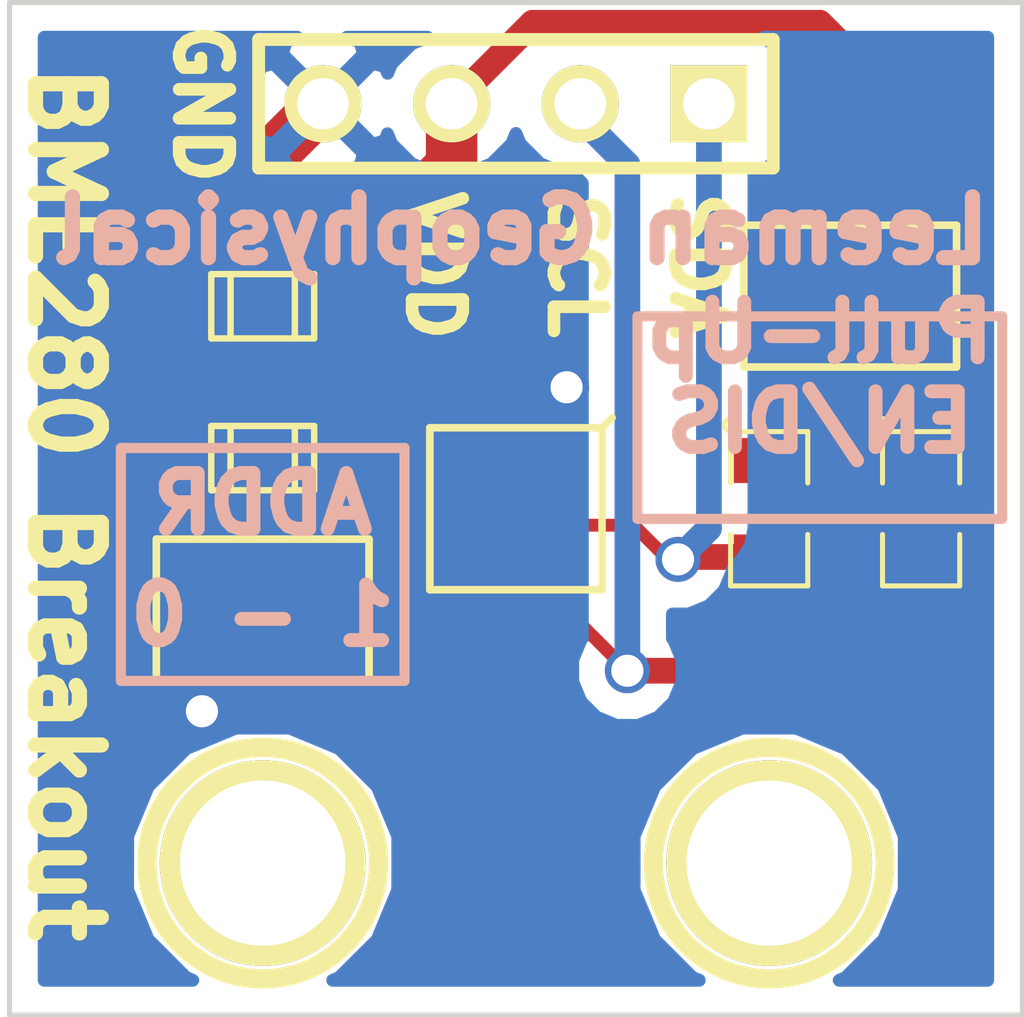
<source format=kicad_pcb>
(kicad_pcb (version 3) (host pcbnew "(2013-07-07 BZR 4022)-stable")

  (general
    (links 19)
    (no_connects 0)
    (area 16.021429 19.5964 45.817888 41.683)
    (thickness 1.6)
    (drawings 22)
    (tracks 66)
    (zones 0)
    (modules 10)
    (nets 8)
  )

  (page A3)
  (layers
    (15 F.Cu signal)
    (0 B.Cu signal)
    (16 B.Adhes user)
    (17 F.Adhes user)
    (18 B.Paste user)
    (19 F.Paste user)
    (20 B.SilkS user)
    (21 F.SilkS user)
    (22 B.Mask user)
    (23 F.Mask user)
    (24 Dwgs.User user)
    (25 Cmts.User user)
    (26 Eco1.User user)
    (27 Eco2.User user)
    (28 Edge.Cuts user)
  )

  (setup
    (last_trace_width 0.508)
    (user_trace_width 0.254)
    (user_trace_width 0.508)
    (user_trace_width 0.762)
    (user_trace_width 1.016)
    (user_trace_width 1.27)
    (trace_clearance 0.254)
    (zone_clearance 0.508)
    (zone_45_only no)
    (trace_min 0.254)
    (segment_width 0.2)
    (edge_width 0.1)
    (via_size 0.889)
    (via_drill 0.635)
    (via_min_size 0.889)
    (via_min_drill 0.508)
    (uvia_size 0.508)
    (uvia_drill 0.127)
    (uvias_allowed no)
    (uvia_min_size 0.508)
    (uvia_min_drill 0.127)
    (pcb_text_width 0.3)
    (pcb_text_size 1.5 1.5)
    (mod_edge_width 0.15)
    (mod_text_size 1 1)
    (mod_text_width 0.15)
    (pad_size 4.064 4.064)
    (pad_drill 3.2639)
    (pad_to_mask_clearance 0)
    (aux_axis_origin 0 0)
    (visible_elements 7FFFFFFF)
    (pcbplotparams
      (layerselection 284196865)
      (usegerberextensions true)
      (excludeedgelayer true)
      (linewidth 0.150000)
      (plotframeref false)
      (viasonmask false)
      (mode 1)
      (useauxorigin false)
      (hpglpennumber 1)
      (hpglpenspeed 20)
      (hpglpendiameter 15)
      (hpglpenoverlay 2)
      (psnegative false)
      (psa4output false)
      (plotreference true)
      (plotvalue true)
      (plotothertext true)
      (plotinvisibletext false)
      (padsonsilk false)
      (subtractmaskfromsilk false)
      (outputformat 1)
      (mirror false)
      (drillshape 0)
      (scaleselection 1)
      (outputdirectory Gerbers/))
  )

  (net 0 "")
  (net 1 /SCL)
  (net 2 /SDA)
  (net 3 GND)
  (net 4 N-000001)
  (net 5 N-000004)
  (net 6 N-000007)
  (net 7 VDD)

  (net_class Default "This is the default net class."
    (clearance 0.254)
    (trace_width 0.254)
    (via_dia 0.889)
    (via_drill 0.635)
    (uvia_dia 0.508)
    (uvia_drill 0.127)
    (add_net "")
    (add_net /SCL)
    (add_net /SDA)
    (add_net GND)
    (add_net N-000001)
    (add_net N-000004)
    (add_net N-000007)
    (add_net VDD)
  )

  (module SM0805 (layer F.Cu) (tedit 552AA4DA) (tstamp 552AA38D)
    (at 43 31 270)
    (path /552A9CCE)
    (attr smd)
    (fp_text reference R2 (at 0 -0.3175 360) (layer F.SilkS) hide
      (effects (font (size 0.50038 0.50038) (thickness 0.10922)))
    )
    (fp_text value 4.7k (at 0 0.381 270) (layer F.SilkS) hide
      (effects (font (size 0.50038 0.50038) (thickness 0.10922)))
    )
    (fp_circle (center -1.651 0.762) (end -1.651 0.635) (layer F.SilkS) (width 0.09906))
    (fp_line (start -0.508 0.762) (end -1.524 0.762) (layer F.SilkS) (width 0.09906))
    (fp_line (start -1.524 0.762) (end -1.524 -0.762) (layer F.SilkS) (width 0.09906))
    (fp_line (start -1.524 -0.762) (end -0.508 -0.762) (layer F.SilkS) (width 0.09906))
    (fp_line (start 0.508 -0.762) (end 1.524 -0.762) (layer F.SilkS) (width 0.09906))
    (fp_line (start 1.524 -0.762) (end 1.524 0.762) (layer F.SilkS) (width 0.09906))
    (fp_line (start 1.524 0.762) (end 0.508 0.762) (layer F.SilkS) (width 0.09906))
    (pad 1 smd rect (at -0.9525 0 270) (size 0.889 1.397)
      (layers F.Cu F.Paste F.Mask)
      (net 5 N-000004)
    )
    (pad 2 smd rect (at 0.9525 0 270) (size 0.889 1.397)
      (layers F.Cu F.Paste F.Mask)
      (net 1 /SCL)
    )
    (model smd/chip_cms.wrl
      (at (xyz 0 0 0))
      (scale (xyz 0.1 0.1 0.1))
      (rotate (xyz 0 0 0))
    )
  )

  (module SM0805 (layer F.Cu) (tedit 552AA4DE) (tstamp 552AA39A)
    (at 40 31 270)
    (path /552A9CFF)
    (attr smd)
    (fp_text reference R1 (at 0 -0.3175 270) (layer F.SilkS) hide
      (effects (font (size 0.50038 0.50038) (thickness 0.10922)))
    )
    (fp_text value 4.7k (at 0 0.381 270) (layer F.SilkS) hide
      (effects (font (size 0.50038 0.50038) (thickness 0.10922)))
    )
    (fp_circle (center -1.651 0.762) (end -1.651 0.635) (layer F.SilkS) (width 0.09906))
    (fp_line (start -0.508 0.762) (end -1.524 0.762) (layer F.SilkS) (width 0.09906))
    (fp_line (start -1.524 0.762) (end -1.524 -0.762) (layer F.SilkS) (width 0.09906))
    (fp_line (start -1.524 -0.762) (end -0.508 -0.762) (layer F.SilkS) (width 0.09906))
    (fp_line (start 0.508 -0.762) (end 1.524 -0.762) (layer F.SilkS) (width 0.09906))
    (fp_line (start 1.524 -0.762) (end 1.524 0.762) (layer F.SilkS) (width 0.09906))
    (fp_line (start 1.524 0.762) (end 0.508 0.762) (layer F.SilkS) (width 0.09906))
    (pad 1 smd rect (at -0.9525 0 270) (size 0.889 1.397)
      (layers F.Cu F.Paste F.Mask)
      (net 4 N-000001)
    )
    (pad 2 smd rect (at 0.9525 0 270) (size 0.889 1.397)
      (layers F.Cu F.Paste F.Mask)
      (net 2 /SDA)
    )
    (model smd/chip_cms.wrl
      (at (xyz 0 0 0))
      (scale (xyz 0.1 0.1 0.1))
      (rotate (xyz 0 0 0))
    )
  )

  (module Jump2 (layer F.Cu) (tedit 552AA4BF) (tstamp 552AA3A5)
    (at 41.6 26.8)
    (path /552A9D07)
    (fp_text reference J2 (at 0 -2.8) (layer F.SilkS) hide
      (effects (font (size 1 1) (thickness 0.15)))
    )
    (fp_text value 2JUMPER (at 0 2.8) (layer F.SilkS) hide
      (effects (font (size 1 1) (thickness 0.15)))
    )
    (fp_line (start -2.1 -1.4) (end 2.1 -1.4) (layer F.SilkS) (width 0.15))
    (fp_line (start 2.1 -1.4) (end 2.1 1.4) (layer F.SilkS) (width 0.15))
    (fp_line (start 2.1 1.4) (end -2.1 1.4) (layer F.SilkS) (width 0.15))
    (fp_line (start -2.1 1.4) (end -2.1 -1.4) (layer F.SilkS) (width 0.15))
    (pad 1 smd rect (at 0 0) (size 1 2)
      (layers F.Cu F.Paste F.Mask)
      (net 7 VDD)
    )
    (pad 2 smd rect (at -1.2 0) (size 1 2)
      (layers F.Cu F.Paste F.Mask)
      (net 4 N-000001)
    )
    (pad 3 smd rect (at 1.2 0 180) (size 1 2)
      (layers F.Cu F.Paste F.Mask)
      (net 5 N-000004)
    )
  )

  (module Jump2 (layer F.Cu) (tedit 552AA4C2) (tstamp 552AA3B0)
    (at 30 33 180)
    (path /552A9DB1)
    (fp_text reference J1 (at 0 -2.8 180) (layer F.SilkS) hide
      (effects (font (size 1 1) (thickness 0.15)))
    )
    (fp_text value 2JUMPER (at 0 2.8 180) (layer F.SilkS) hide
      (effects (font (size 1 1) (thickness 0.15)))
    )
    (fp_line (start -2.1 -1.4) (end 2.1 -1.4) (layer F.SilkS) (width 0.15))
    (fp_line (start 2.1 -1.4) (end 2.1 1.4) (layer F.SilkS) (width 0.15))
    (fp_line (start 2.1 1.4) (end -2.1 1.4) (layer F.SilkS) (width 0.15))
    (fp_line (start -2.1 1.4) (end -2.1 -1.4) (layer F.SilkS) (width 0.15))
    (pad 1 smd rect (at 0 0 180) (size 1 2)
      (layers F.Cu F.Paste F.Mask)
      (net 6 N-000007)
    )
    (pad 2 smd rect (at -1.2 0 180) (size 1 2)
      (layers F.Cu F.Paste F.Mask)
      (net 7 VDD)
    )
    (pad 3 smd rect (at 1.2 0) (size 1 2)
      (layers F.Cu F.Paste F.Mask)
      (net 3 GND)
    )
  )

  (module c_0805 (layer F.Cu) (tedit 552AA4CD) (tstamp 552AA3BC)
    (at 30 30)
    (descr "SMT capacitor, 0805")
    (path /552A9CB0)
    (fp_text reference C2 (at 0 -0.9906) (layer F.SilkS) hide
      (effects (font (size 0.29972 0.29972) (thickness 0.06096)))
    )
    (fp_text value 1u (at 0 0.9906) (layer F.SilkS) hide
      (effects (font (size 0.29972 0.29972) (thickness 0.06096)))
    )
    (fp_line (start 0.635 -0.635) (end 0.635 0.635) (layer F.SilkS) (width 0.127))
    (fp_line (start -0.635 -0.635) (end -0.635 0.6096) (layer F.SilkS) (width 0.127))
    (fp_line (start -1.016 -0.635) (end 1.016 -0.635) (layer F.SilkS) (width 0.127))
    (fp_line (start 1.016 -0.635) (end 1.016 0.635) (layer F.SilkS) (width 0.127))
    (fp_line (start 1.016 0.635) (end -1.016 0.635) (layer F.SilkS) (width 0.127))
    (fp_line (start -1.016 0.635) (end -1.016 -0.635) (layer F.SilkS) (width 0.127))
    (pad 1 smd rect (at 0.9525 0) (size 1.30048 1.4986)
      (layers F.Cu F.Paste F.Mask)
      (net 7 VDD)
    )
    (pad 2 smd rect (at -0.9525 0) (size 1.30048 1.4986)
      (layers F.Cu F.Paste F.Mask)
      (net 3 GND)
    )
    (model smd/capacitors/c_0805.wrl
      (at (xyz 0 0 0))
      (scale (xyz 1 1 1))
      (rotate (xyz 0 0 0))
    )
  )

  (module c_0805 (layer F.Cu) (tedit 552AA4D2) (tstamp 552B1E8F)
    (at 30 27 180)
    (descr "SMT capacitor, 0805")
    (path /552A9CED)
    (fp_text reference C1 (at 0 -0.9906 180) (layer F.SilkS) hide
      (effects (font (size 0.29972 0.29972) (thickness 0.06096)))
    )
    (fp_text value 1u (at 0 0.9906 180) (layer F.SilkS) hide
      (effects (font (size 0.29972 0.29972) (thickness 0.06096)))
    )
    (fp_line (start 0.635 -0.635) (end 0.635 0.635) (layer F.SilkS) (width 0.127))
    (fp_line (start -0.635 -0.635) (end -0.635 0.6096) (layer F.SilkS) (width 0.127))
    (fp_line (start -1.016 -0.635) (end 1.016 -0.635) (layer F.SilkS) (width 0.127))
    (fp_line (start 1.016 -0.635) (end 1.016 0.635) (layer F.SilkS) (width 0.127))
    (fp_line (start 1.016 0.635) (end -1.016 0.635) (layer F.SilkS) (width 0.127))
    (fp_line (start -1.016 0.635) (end -1.016 -0.635) (layer F.SilkS) (width 0.127))
    (pad 1 smd rect (at 0.9525 0 180) (size 1.30048 1.4986)
      (layers F.Cu F.Paste F.Mask)
      (net 3 GND)
    )
    (pad 2 smd rect (at -0.9525 0 180) (size 1.30048 1.4986)
      (layers F.Cu F.Paste F.Mask)
      (net 7 VDD)
    )
    (model smd/capacitors/c_0805.wrl
      (at (xyz 0 0 0))
      (scale (xyz 1 1 1))
      (rotate (xyz 0 0 0))
    )
  )

  (module BME280 (layer F.Cu) (tedit 552AA4BB) (tstamp 552AA3D9)
    (at 35 31)
    (path /552A9CA1)
    (fp_text reference U1 (at 0 -2.9) (layer F.SilkS) hide
      (effects (font (size 1 1) (thickness 0.15)))
    )
    (fp_text value BME280 (at 0 3) (layer F.SilkS) hide
      (effects (font (size 1 1) (thickness 0.15)))
    )
    (fp_line (start 1.7 -1.6) (end 1.9 -1.8) (layer F.SilkS) (width 0.15))
    (fp_line (start -1.7 -1.6) (end -1.7 1.6) (layer F.SilkS) (width 0.15))
    (fp_line (start -1.7 1.6) (end 1.7 1.6) (layer F.SilkS) (width 0.15))
    (fp_line (start 1.7 1.6) (end 1.7 -1.6) (layer F.SilkS) (width 0.15))
    (fp_line (start 1.7 -1.6) (end -1.7 -1.6) (layer F.SilkS) (width 0.15))
    (pad 1 smd rect (at 1.025 -0.975) (size 0.5 0.35)
      (layers F.Cu F.Paste F.Mask)
      (net 3 GND)
    )
    (pad 2 smd rect (at 1.025 -0.325) (size 0.5 0.35)
      (layers F.Cu F.Paste F.Mask)
      (net 7 VDD)
    )
    (pad 3 smd rect (at 1.025 0.325) (size 0.5 0.35)
      (layers F.Cu F.Paste F.Mask)
      (net 2 /SDA)
    )
    (pad 4 smd rect (at 1.025 0.975) (size 0.5 0.35)
      (layers F.Cu F.Paste F.Mask)
      (net 1 /SCL)
    )
    (pad 5 smd rect (at -1.025 0.975) (size 0.5 0.35)
      (layers F.Cu F.Paste F.Mask)
      (net 6 N-000007)
    )
    (pad 6 smd rect (at -1.025 0.325) (size 0.5 0.35)
      (layers F.Cu F.Paste F.Mask)
      (net 7 VDD)
    )
    (pad 7 smd rect (at -1.025 -0.325) (size 0.5 0.35)
      (layers F.Cu F.Paste F.Mask)
      (net 3 GND)
    )
    (pad 8 smd rect (at -1.025 -0.975) (size 0.5 0.35)
      (layers F.Cu F.Paste F.Mask)
      (net 7 VDD)
    )
  )

  (module PIN_ARRAY_4x1 (layer F.Cu) (tedit 552AC65F) (tstamp 552AB8D6)
    (at 35 23 180)
    (descr "Double rangee de contacts 2 x 5 pins")
    (tags CONN)
    (path /552AB819)
    (fp_text reference P1 (at 0 -2.54 180) (layer F.SilkS) hide
      (effects (font (size 1.016 1.016) (thickness 0.2032)))
    )
    (fp_text value CONN_4 (at 0 2.54 180) (layer F.SilkS) hide
      (effects (font (size 1.016 1.016) (thickness 0.2032)))
    )
    (fp_line (start 5.08 1.27) (end -5.08 1.27) (layer F.SilkS) (width 0.254))
    (fp_line (start 5.08 -1.27) (end -5.08 -1.27) (layer F.SilkS) (width 0.254))
    (fp_line (start -5.08 -1.27) (end -5.08 1.27) (layer F.SilkS) (width 0.254))
    (fp_line (start 5.08 1.27) (end 5.08 -1.27) (layer F.SilkS) (width 0.254))
    (pad 1 thru_hole rect (at -3.81 0 180) (size 1.524 1.524) (drill 1.016)
      (layers *.Cu *.Mask F.SilkS)
      (net 2 /SDA)
    )
    (pad 2 thru_hole circle (at -1.27 0 180) (size 1.524 1.524) (drill 1.016)
      (layers *.Cu *.Mask F.SilkS)
      (net 1 /SCL)
    )
    (pad 3 thru_hole circle (at 1.27 0 180) (size 1.524 1.524) (drill 1.016)
      (layers *.Cu *.Mask F.SilkS)
      (net 7 VDD)
    )
    (pad 4 thru_hole circle (at 3.81 0 180) (size 1.524 1.524) (drill 1.016)
      (layers *.Cu *.Mask F.SilkS)
      (net 3 GND)
    )
    (model pin_array\pins_array_4x1.wrl
      (at (xyz 0 0 0))
      (scale (xyz 1 1 1))
      (rotate (xyz 0 0 0))
    )
  )

  (module 1pin (layer F.Cu) (tedit 552AC199) (tstamp 552B1DB1)
    (at 30 38 90)
    (descr "module 1 pin (ou trou mecanique de percage)")
    (tags DEV)
    (path 1pin)
    (fp_text reference 1PIN (at 0 -3.048 90) (layer F.SilkS) hide
      (effects (font (size 1.016 1.016) (thickness 0.254)))
    )
    (fp_text value P*** (at 0 2.794 90) (layer F.SilkS) hide
      (effects (font (size 1.016 1.016) (thickness 0.254)))
    )
    (fp_circle (center 0 0) (end 0 -2.286) (layer F.SilkS) (width 0.381))
    (pad 1 thru_hole circle (at 0 0 90) (size 4.064 4.064) (drill 3.2639)
      (layers *.Cu *.Mask F.SilkS)
    )
  )

  (module 1pin (layer F.Cu) (tedit 552AC19B) (tstamp 552B1DCC)
    (at 40 38)
    (descr "module 1 pin (ou trou mecanique de percage)")
    (tags DEV)
    (path 1pin)
    (fp_text reference 1PIN (at 0 -3.048) (layer F.SilkS) hide
      (effects (font (size 1.016 1.016) (thickness 0.254)))
    )
    (fp_text value P*** (at 0 2.794) (layer F.SilkS) hide
      (effects (font (size 1.016 1.016) (thickness 0.254)))
    )
    (fp_circle (center 0 0) (end 0 -2.286) (layer F.SilkS) (width 0.381))
    (pad 1 thru_hole circle (at 0 0) (size 4.064 4.064) (drill 3.2639)
      (layers *.Cu *.Mask F.SilkS)
    )
  )

  (gr_line (start 37.4 27.2) (end 37.4 31.2) (angle 90) (layer B.SilkS) (width 0.2))
  (gr_line (start 44.6 27.2) (end 37.4 27.2) (angle 90) (layer B.SilkS) (width 0.2))
  (gr_line (start 44.6 31.2) (end 44.6 27.2) (angle 90) (layer B.SilkS) (width 0.2))
  (gr_line (start 37.4 31.2) (end 44.6 31.2) (angle 90) (layer B.SilkS) (width 0.2))
  (gr_line (start 27.2 29.8) (end 27.3 29.8) (angle 90) (layer B.SilkS) (width 0.2))
  (gr_line (start 27.2 34.4) (end 27.2 29.8) (angle 90) (layer B.SilkS) (width 0.2))
  (gr_line (start 32.8 29.8) (end 27.3 29.8) (angle 90) (layer B.SilkS) (width 0.2))
  (gr_line (start 32.8 34.4) (end 32.8 29.8) (angle 90) (layer B.SilkS) (width 0.2))
  (gr_line (start 27.2 34.4) (end 32.8 34.4) (angle 90) (layer B.SilkS) (width 0.2))
  (gr_text "1 - 0" (at 30 33.1) (layer B.SilkS)
    (effects (font (size 1.1 1.1) (thickness 0.275)) (justify mirror))
  )
  (gr_text ADDR (at 30 30.9) (layer B.SilkS)
    (effects (font (size 1.1 1.1) (thickness 0.275)) (justify mirror))
  )
  (gr_text "Pull-Up\nEN/DIS" (at 41 28.4) (layer B.SilkS)
    (effects (font (size 1.1 1.1) (thickness 0.275)) (justify mirror))
  )
  (gr_text SDA (at 38.6 26.2 270) (layer F.SilkS)
    (effects (font (size 1 1) (thickness 0.25)))
  )
  (gr_text SCL (at 36.2 26.2 270) (layer F.SilkS)
    (effects (font (size 1 1) (thickness 0.25)))
  )
  (gr_text VDD (at 33.4 26.2 270) (layer F.SilkS)
    (effects (font (size 1 1) (thickness 0.25)))
  )
  (gr_text GND (at 28.8 23 270) (layer F.SilkS)
    (effects (font (size 1 1) (thickness 0.25)))
  )
  (gr_line (start 25 41) (end 25 21) (angle 90) (layer Edge.Cuts) (width 0.1))
  (gr_line (start 45 41) (end 25 41) (angle 90) (layer Edge.Cuts) (width 0.1))
  (gr_line (start 45 21) (end 45 41) (angle 90) (layer Edge.Cuts) (width 0.1))
  (gr_line (start 25 21) (end 45 21) (angle 90) (layer Edge.Cuts) (width 0.1))
  (gr_text "Leeman Geophysical" (at 35.1 25.5) (layer B.SilkS)
    (effects (font (size 1.2 1.2) (thickness 0.3)) (justify mirror))
  )
  (gr_text "BME280 Breakout" (at 26.1 30.9 270) (layer F.SilkS)
    (effects (font (size 1.3 1.3) (thickness 0.3)))
  )

  (segment (start 36.27 23) (end 36.27 23.27) (width 0.508) (layer B.Cu) (net 1))
  (segment (start 36.27 23.27) (end 37.2 24.2) (width 0.508) (layer B.Cu) (net 1) (tstamp 552ABE02))
  (segment (start 37.2 24.2) (end 37.2 34.2) (width 0.508) (layer B.Cu) (net 1) (tstamp 552ABE04))
  (segment (start 37.2 34.2) (end 42.8 34.2) (width 0.508) (layer F.Cu) (net 1))
  (segment (start 42.8 34.2) (end 43 34) (width 0.508) (layer F.Cu) (net 1) (tstamp 552ABDEB))
  (segment (start 43 34) (end 43 31.9525) (width 0.508) (layer F.Cu) (net 1) (tstamp 552ABDED))
  (via (at 37.2 34.2) (size 0.889) (layers F.Cu B.Cu) (net 1))
  (segment (start 37.2 24.2) (end 37.2 34.2) (width 0.254) (layer B.Cu) (net 1) (tstamp 552ABCD4))
  (segment (start 36.27 23.27) (end 37.2 24.2) (width 0.254) (layer B.Cu) (net 1) (tstamp 552ABCCB))
  (segment (start 36.025 31.975) (end 36.025 33.025) (width 0.254) (layer F.Cu) (net 1))
  (segment (start 43 34) (end 43 31.9525) (width 0.254) (layer F.Cu) (net 1) (tstamp 552ABC00))
  (segment (start 42.8 34.2) (end 43 34) (width 0.254) (layer F.Cu) (net 1) (tstamp 552ABBFF))
  (segment (start 36.025 33.025) (end 37.2 34.2) (width 0.254) (layer F.Cu) (net 1) (tstamp 552ABBF8))
  (segment (start 38.81 23) (end 38.81 31.39) (width 0.508) (layer B.Cu) (net 2))
  (segment (start 38.81 31.39) (end 38.2 32) (width 0.508) (layer B.Cu) (net 2) (tstamp 552ABE07))
  (segment (start 40 31.9525) (end 38.2475 31.9525) (width 0.508) (layer F.Cu) (net 2))
  (segment (start 38.2475 31.9525) (end 38.2 32) (width 0.508) (layer F.Cu) (net 2) (tstamp 552ABDF1))
  (segment (start 38.81 31.39) (end 38.2 32) (width 0.254) (layer B.Cu) (net 2) (tstamp 552ABCBF))
  (via (at 38.2 32) (size 0.889) (layers F.Cu B.Cu) (net 2))
  (segment (start 38.2 32) (end 38.2 31.9525) (width 0.254) (layer F.Cu) (net 2) (tstamp 552ABCC6))
  (segment (start 40 31.9525) (end 38.2 31.9525) (width 0.254) (layer F.Cu) (net 2))
  (segment (start 38.2 31.9525) (end 37.9525 31.9525) (width 0.254) (layer F.Cu) (net 2) (tstamp 552ABCC9))
  (segment (start 37.325 31.325) (end 36.025 31.325) (width 0.254) (layer F.Cu) (net 2) (tstamp 552ABC07))
  (segment (start 37.9525 31.9525) (end 37.325 31.325) (width 0.254) (layer F.Cu) (net 2) (tstamp 552ABC03))
  (segment (start 28.8 33) (end 28.8 35) (width 0.508) (layer F.Cu) (net 3))
  (via (at 28.8 35) (size 0.889) (layers F.Cu B.Cu) (net 3))
  (segment (start 29.0475 27) (end 29.0475 25.1425) (width 1.016) (layer F.Cu) (net 3))
  (segment (start 29.0475 25.1425) (end 31.19 23) (width 1.016) (layer F.Cu) (net 3) (tstamp 552ABD71))
  (segment (start 29.0475 30) (end 29.0475 27) (width 1.016) (layer F.Cu) (net 3))
  (segment (start 36.025 30.025) (end 36.025 28.625) (width 0.254) (layer F.Cu) (net 3))
  (via (at 36 28.6) (size 0.889) (layers F.Cu B.Cu) (net 3))
  (segment (start 36.025 28.625) (end 36 28.6) (width 0.254) (layer F.Cu) (net 3) (tstamp 552ABD41))
  (segment (start 33.975 30.675) (end 34.325 30.675) (width 0.254) (layer F.Cu) (net 3))
  (segment (start 34.975 30.025) (end 36.025 30.025) (width 0.254) (layer F.Cu) (net 3) (tstamp 552ABD3B))
  (segment (start 34.325 30.675) (end 34.975 30.025) (width 0.254) (layer F.Cu) (net 3) (tstamp 552ABD37))
  (segment (start 40 30.0475) (end 40 27.2) (width 0.254) (layer F.Cu) (net 4))
  (segment (start 40 27.2) (end 40.4 26.8) (width 0.254) (layer F.Cu) (net 4) (tstamp 552ABD05))
  (segment (start 42.8 26.8) (end 42.8 29.8475) (width 0.254) (layer F.Cu) (net 5))
  (segment (start 42.8 29.8475) (end 43 30.0475) (width 0.254) (layer F.Cu) (net 5) (tstamp 552ABD0A))
  (segment (start 30 33) (end 30 34.4) (width 0.508) (layer F.Cu) (net 6))
  (segment (start 33.975 33.175) (end 33.975 31.975) (width 0.254) (layer F.Cu) (net 6))
  (segment (start 33.975 34.425) (end 33.975 33.175) (width 0.508) (layer F.Cu) (net 6) (tstamp 552B1E0D))
  (segment (start 33.4 35) (end 33.975 34.425) (width 0.508) (layer F.Cu) (net 6) (tstamp 552B1E0C))
  (segment (start 30.6 35) (end 33.4 35) (width 0.508) (layer F.Cu) (net 6) (tstamp 552B1E0B))
  (segment (start 30 34.4) (end 30.6 35) (width 0.508) (layer F.Cu) (net 6) (tstamp 552B1E0A))
  (segment (start 31.2 33) (end 31.2 31) (width 0.508) (layer F.Cu) (net 7))
  (segment (start 33.73 23) (end 35.33 21.4) (width 0.508) (layer F.Cu) (net 7))
  (segment (start 35.33 21.4) (end 41 21.4) (width 0.508) (layer F.Cu) (net 7) (tstamp 552ABDE1))
  (segment (start 41.6 22) (end 41.6 26.8) (width 0.508) (layer F.Cu) (net 7) (tstamp 552ABDE4))
  (segment (start 41 21.4) (end 41.6 22) (width 0.508) (layer F.Cu) (net 7) (tstamp 552ABDE3))
  (segment (start 41.6 26.8) (end 41.6 22.2) (width 0.254) (layer F.Cu) (net 7))
  (segment (start 40.8 21.4) (end 35.33 21.4) (width 0.254) (layer F.Cu) (net 7) (tstamp 552ABD12))
  (segment (start 41.6 22.2) (end 40.8 21.4) (width 0.254) (layer F.Cu) (net 7) (tstamp 552ABD10))
  (segment (start 36.025 30.675) (end 35.125 30.675) (width 0.254) (layer F.Cu) (net 7))
  (segment (start 34.475 31.325) (end 33.975 31.325) (width 0.254) (layer F.Cu) (net 7) (tstamp 552ABC3C))
  (segment (start 35.125 30.675) (end 34.475 31.325) (width 0.254) (layer F.Cu) (net 7) (tstamp 552ABC3A))
  (segment (start 33.975 31.325) (end 31.2 31.325) (width 0.254) (layer F.Cu) (net 7))
  (segment (start 31.2 31.325) (end 31.2 31.4) (width 0.254) (layer F.Cu) (net 7) (tstamp 552ABC24))
  (segment (start 33.975 30.025) (end 30.9775 30.025) (width 0.254) (layer F.Cu) (net 7))
  (segment (start 30.9775 30.025) (end 30.9525 30) (width 0.254) (layer F.Cu) (net 7) (tstamp 552ABC0F))
  (segment (start 31.2 31.4) (end 31.2 31) (width 0.762) (layer F.Cu) (net 7) (tstamp 552ABC29))
  (segment (start 31.2 31) (end 31.2 30.2475) (width 0.762) (layer F.Cu) (net 7) (tstamp 552B1E22))
  (segment (start 31.2 30.2475) (end 30.9525 30) (width 0.762) (layer F.Cu) (net 7) (tstamp 552ABB86))
  (segment (start 30.9525 27) (end 30.9525 30) (width 1.016) (layer F.Cu) (net 7))
  (segment (start 33.73 23) (end 33.73 24.2225) (width 1.016) (layer F.Cu) (net 7))
  (segment (start 33.73 24.2225) (end 30.9525 27) (width 1.016) (layer F.Cu) (net 7) (tstamp 552ABB81))

  (zone (net 3) (net_name GND) (layer B.Cu) (tstamp 552ABD9E) (hatch edge 0.508)
    (connect_pads (clearance 0.508))
    (min_thickness 0.254)
    (fill (arc_segments 16) (thermal_gap 0.508) (thermal_bridge_width 0.508))
    (polygon
      (pts
        (xy 25.4 21.4) (xy 25.4 40.6) (xy 44.6 40.6) (xy 44.6 21.4)
      )
    )
    (filled_polygon
      (pts
        (xy 44.315 40.315) (xy 41.381192 40.315) (xy 41.50876 40.26229) (xy 42.259654 39.512706) (xy 42.666535 38.532826)
        (xy 42.667461 37.471828) (xy 42.26229 36.49124) (xy 41.512706 35.740346) (xy 40.532826 35.333465) (xy 39.471828 35.332539)
        (xy 38.49124 35.73771) (xy 37.740346 36.487294) (xy 37.333465 37.467174) (xy 37.332539 38.528172) (xy 37.73771 39.50876)
        (xy 38.487294 40.259654) (xy 38.620582 40.315) (xy 31.381192 40.315) (xy 31.50876 40.26229) (xy 32.259654 39.512706)
        (xy 32.666535 38.532826) (xy 32.667461 37.471828) (xy 32.26229 36.49124) (xy 31.990607 36.219082) (xy 31.990607 23.980212)
        (xy 31.19 23.179605) (xy 31.010395 23.35921) (xy 31.010395 23) (xy 30.209788 22.199393) (xy 29.967604 22.268858)
        (xy 29.780857 22.792304) (xy 29.80864 23.347369) (xy 29.967604 23.731142) (xy 30.209788 23.800607) (xy 31.010395 23)
        (xy 31.010395 23.35921) (xy 30.389393 23.980212) (xy 30.458858 24.222396) (xy 30.982304 24.409143) (xy 31.537369 24.38136)
        (xy 31.921142 24.222396) (xy 31.990607 23.980212) (xy 31.990607 36.219082) (xy 31.512706 35.740346) (xy 30.532826 35.333465)
        (xy 29.471828 35.332539) (xy 28.49124 35.73771) (xy 27.740346 36.487294) (xy 27.333465 37.467174) (xy 27.332539 38.528172)
        (xy 27.73771 39.50876) (xy 28.487294 40.259654) (xy 28.620582 40.315) (xy 25.685 40.315) (xy 25.685 21.685)
        (xy 30.682423 21.685) (xy 30.458858 21.777604) (xy 30.389393 22.019788) (xy 31.19 22.820395) (xy 31.990607 22.019788)
        (xy 31.921142 21.777604) (xy 31.661575 21.685) (xy 33.2543 21.685) (xy 32.939697 21.814991) (xy 32.546372 22.20763)
        (xy 32.466605 22.39973) (xy 32.412396 22.268858) (xy 32.170212 22.199393) (xy 31.369605 23) (xy 32.170212 23.800607)
        (xy 32.412396 23.731142) (xy 32.462508 23.590678) (xy 32.544991 23.790303) (xy 32.93763 24.183628) (xy 33.450901 24.396756)
        (xy 34.006661 24.397241) (xy 34.520303 24.185009) (xy 34.913628 23.79237) (xy 34.999949 23.584485) (xy 35.084991 23.790303)
        (xy 35.47763 24.183628) (xy 35.990901 24.396756) (xy 36.13965 24.396885) (xy 36.311 24.568235) (xy 36.311 33.562136)
        (xy 36.285378 33.587714) (xy 36.120687 33.984332) (xy 36.120313 34.413784) (xy 36.284311 34.810689) (xy 36.587714 35.114622)
        (xy 36.984332 35.279313) (xy 37.413784 35.279687) (xy 37.810689 35.115689) (xy 38.114622 34.812286) (xy 38.279313 34.415668)
        (xy 38.279687 33.986216) (xy 38.115689 33.589311) (xy 38.089 33.562575) (xy 38.089 33.079404) (xy 38.413784 33.079687)
        (xy 38.810689 32.915689) (xy 39.114622 32.612286) (xy 39.279313 32.215668) (xy 39.279345 32.17789) (xy 39.438618 32.018618)
        (xy 39.631329 31.730206) (xy 39.699 31.39) (xy 39.699 24.396595) (xy 39.931229 24.300641) (xy 40.110013 24.122168)
        (xy 40.206889 23.888864) (xy 40.20711 23.636245) (xy 40.20711 22.112245) (xy 40.110641 21.878771) (xy 39.932168 21.699987)
        (xy 39.896075 21.685) (xy 44.315 21.685) (xy 44.315 40.315)
      )
    )
  )
)

</source>
